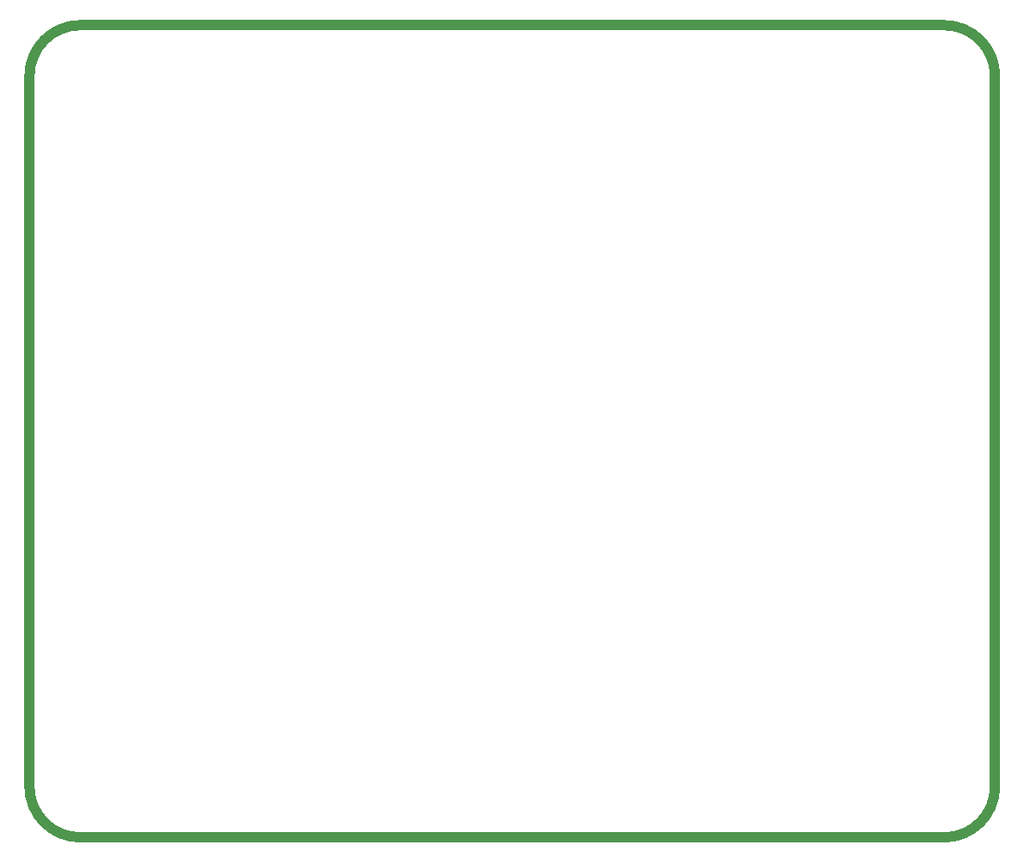
<source format=gm1>
G04*
G04 #@! TF.GenerationSoftware,Altium Limited,Altium Designer,20.2.8 (258)*
G04*
G04 Layer_Color=16711935*
%FSLAX44Y44*%
%MOMM*%
G71*
G04*
G04 #@! TF.SameCoordinates,3C6D5B40-6E81-4EE8-AB30-EF2341ADE942*
G04*
G04*
G04 #@! TF.FilePolarity,Positive*
G04*
G01*
G75*
%ADD113C,1.0000*%
D113*
X-0Y-350000D02*
G03*
X50000Y-400000I50000J-0D01*
G01*
X50000Y400000D02*
G03*
X0Y350000I-0J-50000D01*
G01*
X950000Y350000D02*
G03*
X900000Y400000I-50000J-0D01*
G01*
X900000Y-400000D02*
G03*
X950000Y-350000I0J50000D01*
G01*
X-0Y-350000D02*
X0Y350000D01*
X50000Y400000D02*
X900000D01*
X950000Y-350000D02*
Y350000D01*
X50000Y-400000D02*
X900000Y-400000D01*
M02*

</source>
